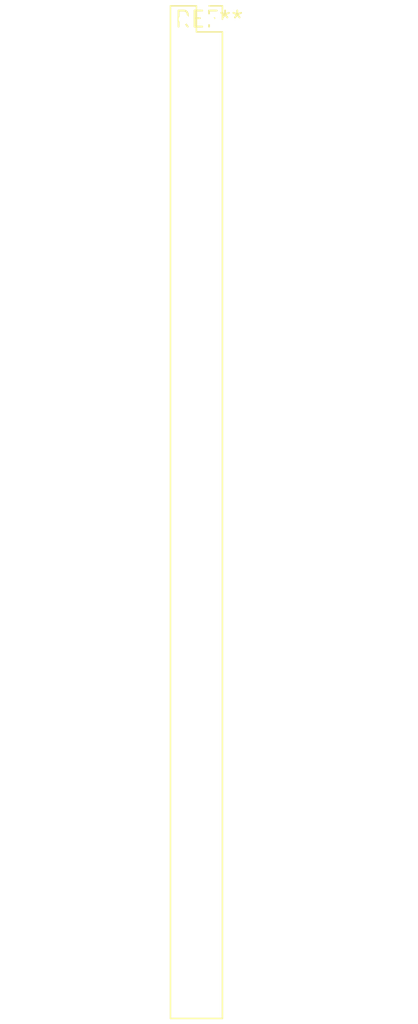
<source format=kicad_pcb>
(kicad_pcb (version 20240108) (generator pcbnew)
  (layers (0 "F.Cu" signal) (31 "B.Cu" signal) (34 "B.Paste" user) (35 "F.Paste" user) (36 "B.SilkS" user "B.Silkscreen") (37 "F.SilkS" user "F.Silkscreen") (38 "B.Mask" user) (39 "F.Mask" user) (44 "Edge.Cuts" user))
  (net 0 "")
  (footprint "PinSocket_2x40_P2.00mm_Vertical" (layer "F.Cu") (at 0 0)
    (property "Reference" "REF**")
    (property "Value" "PinSocket_2x40_P2.00mm_Vertical")
    (fp_line (start -3.06 -1.06) (end -3.06 79.06) (layer "F.SilkS") (stroke (width 0.12)))
    (fp_line (start -3.06 -1.06) (end -1 -1.06) (layer "F.SilkS") (stroke (width 0.12)))
    (fp_line (start -3.06 79.06) (end 1.06 79.06) (layer "F.SilkS") (stroke (width 0.12)))
    (fp_line (start -1 -1.06) (end -1 1) (layer "F.SilkS") (stroke (width 0.12)))
    (fp_line (start -1 1) (end 1.06 1) (layer "F.SilkS") (stroke (width 0.12)))
    (fp_line (start 0 -1.06) (end 1.06 -1.06) (layer "F.SilkS") (stroke (width 0.12)))
    (fp_line (start 1.06 -1.06) (end 1.06 0) (layer "F.SilkS") (stroke (width 0.12)))
    (fp_line (start 1.06 1) (end 1.06 79.06) (layer "F.SilkS") (stroke (width 0.12)))
    (pad "1" thru_hole rect (at 0 0) (size 1.35 1.35) (drill 0.8) (layers *.Cu *.Mask) (remove_unused_layers))
    (pad "2" thru_hole oval (at -2 0) (size 1.35 1.35) (drill 0.8) (layers *.Cu *.Mask) (remove_unused_layers))
    (pad "3" thru_hole oval (at 0 2) (size 1.35 1.35) (drill 0.8) (layers *.Cu *.Mask) (remove_unused_layers))
    (pad "4" thru_hole oval (at -2 2) (size 1.35 1.35) (drill 0.8) (layers *.Cu *.Mask) (remove_unused_layers))
    (pad "5" thru_hole oval (at 0 4) (size 1.35 1.35) (drill 0.8) (layers *.Cu *.Mask) (remove_unused_layers))
    (pad "6" thru_hole oval (at -2 4) (size 1.35 1.35) (drill 0.8) (layers *.Cu *.Mask) (remove_unused_layers))
    (pad "7" thru_hole oval (at 0 6) (size 1.35 1.35) (drill 0.8) (layers *.Cu *.Mask) (remove_unused_layers))
    (pad "8" thru_hole oval (at -2 6) (size 1.35 1.35) (drill 0.8) (layers *.Cu *.Mask) (remove_unused_layers))
    (pad "9" thru_hole oval (at 0 8) (size 1.35 1.35) (drill 0.8) (layers *.Cu *.Mask) (remove_unused_layers))
    (pad "10" thru_hole oval (at -2 8) (size 1.35 1.35) (drill 0.8) (layers *.Cu *.Mask) (remove_unused_layers))
    (pad "11" thru_hole oval (at 0 10) (size 1.35 1.35) (drill 0.8) (layers *.Cu *.Mask) (remove_unused_layers))
    (pad "12" thru_hole oval (at -2 10) (size 1.35 1.35) (drill 0.8) (layers *.Cu *.Mask) (remove_unused_layers))
    (pad "13" thru_hole oval (at 0 12) (size 1.35 1.35) (drill 0.8) (layers *.Cu *.Mask) (remove_unused_layers))
    (pad "14" thru_hole oval (at -2 12) (size 1.35 1.35) (drill 0.8) (layers *.Cu *.Mask) (remove_unused_layers))
    (pad "15" thru_hole oval (at 0 14) (size 1.35 1.35) (drill 0.8) (layers *.Cu *.Mask) (remove_unused_layers))
    (pad "16" thru_hole oval (at -2 14) (size 1.35 1.35) (drill 0.8) (layers *.Cu *.Mask) (remove_unused_layers))
    (pad "17" thru_hole oval (at 0 16) (size 1.35 1.35) (drill 0.8) (layers *.Cu *.Mask) (remove_unused_layers))
    (pad "18" thru_hole oval (at -2 16) (size 1.35 1.35) (drill 0.8) (layers *.Cu *.Mask) (remove_unused_layers))
    (pad "19" thru_hole oval (at 0 18) (size 1.35 1.35) (drill 0.8) (layers *.Cu *.Mask) (remove_unused_layers))
    (pad "20" thru_hole oval (at -2 18) (size 1.35 1.35) (drill 0.8) (layers *.Cu *.Mask) (remove_unused_layers))
    (pad "21" thru_hole oval (at 0 20) (size 1.35 1.35) (drill 0.8) (layers *.Cu *.Mask) (remove_unused_layers))
    (pad "22" thru_hole oval (at -2 20) (size 1.35 1.35) (drill 0.8) (layers *.Cu *.Mask) (remove_unused_layers))
    (pad "23" thru_hole oval (at 0 22) (size 1.35 1.35) (drill 0.8) (layers *.Cu *.Mask) (remove_unused_layers))
    (pad "24" thru_hole oval (at -2 22) (size 1.35 1.35) (drill 0.8) (layers *.Cu *.Mask) (remove_unused_layers))
    (pad "25" thru_hole oval (at 0 24) (size 1.35 1.35) (drill 0.8) (layers *.Cu *.Mask) (remove_unused_layers))
    (pad "26" thru_hole oval (at -2 24) (size 1.35 1.35) (drill 0.8) (layers *.Cu *.Mask) (remove_unused_layers))
    (pad "27" thru_hole oval (at 0 26) (size 1.35 1.35) (drill 0.8) (layers *.Cu *.Mask) (remove_unused_layers))
    (pad "28" thru_hole oval (at -2 26) (size 1.35 1.35) (drill 0.8) (layers *.Cu *.Mask) (remove_unused_layers))
    (pad "29" thru_hole oval (at 0 28) (size 1.35 1.35) (drill 0.8) (layers *.Cu *.Mask) (remove_unused_layers))
    (pad "30" thru_hole oval (at -2 28) (size 1.35 1.35) (drill 0.8) (layers *.Cu *.Mask) (remove_unused_layers))
    (pad "31" thru_hole oval (at 0 30) (size 1.35 1.35) (drill 0.8) (layers *.Cu *.Mask) (remove_unused_layers))
    (pad "32" thru_hole oval (at -2 30) (size 1.35 1.35) (drill 0.8) (layers *.Cu *.Mask) (remove_unused_layers))
    (pad "33" thru_hole oval (at 0 32) (size 1.35 1.35) (drill 0.8) (layers *.Cu *.Mask) (remove_unused_layers))
    (pad "34" thru_hole oval (at -2 32) (size 1.35 1.35) (drill 0.8) (layers *.Cu *.Mask) (remove_unused_layers))
    (pad "35" thru_hole oval (at 0 34) (size 1.35 1.35) (drill 0.8) (layers *.Cu *.Mask) (remove_unused_layers))
    (pad "36" thru_hole oval (at -2 34) (size 1.35 1.35) (drill 0.8) (layers *.Cu *.Mask) (remove_unused_layers))
    (pad "37" thru_hole oval (at 0 36) (size 1.35 1.35) (drill 0.8) (layers *.Cu *.Mask) (remove_unused_layers))
    (pad "38" thru_hole oval (at -2 36) (size 1.35 1.35) (drill 0.8) (layers *.Cu *.Mask) (remove_unused_layers))
    (pad "39" thru_hole oval (at 0 38) (size 1.35 1.35) (drill 0.8) (layers *.Cu *.Mask) (remove_unused_layers))
    (pad "40" thru_hole oval (at -2 38) (size 1.35 1.35) (drill 0.8) (layers *.Cu *.Mask) (remove_unused_layers))
    (pad "41" thru_hole oval (at 0 40) (size 1.35 1.35) (drill 0.8) (layers *.Cu *.Mask) (remove_unused_layers))
    (pad "42" thru_hole oval (at -2 40) (size 1.35 1.35) (drill 0.8) (layers *.Cu *.Mask) (remove_unused_layers))
    (pad "43" thru_hole oval (at 0 42) (size 1.35 1.35) (drill 0.8) (layers *.Cu *.Mask) (remove_unused_layers))
    (pad "44" thru_hole oval (at -2 42) (size 1.35 1.35) (drill 0.8) (layers *.Cu *.Mask) (remove_unused_layers))
    (pad "45" thru_hole oval (at 0 44) (size 1.35 1.35) (drill 0.8) (layers *.Cu *.Mask) (remove_unused_layers))
    (pad "46" thru_hole oval (at -2 44) (size 1.35 1.35) (drill 0.8) (layers *.Cu *.Mask) (remove_unused_layers))
    (pad "47" thru_hole oval (at 0 46) (size 1.35 1.35) (drill 0.8) (layers *.Cu *.Mask) (remove_unused_layers))
    (pad "48" thru_hole oval (at -2 46) (size 1.35 1.35) (drill 0.8) (layers *.Cu *.Mask) (remove_unused_layers))
    (pad "49" thru_hole oval (at 0 48) (size 1.35 1.35) (drill 0.8) (layers *.Cu *.Mask) (remove_unused_layers))
    (pad "50" thru_hole oval (at -2 48) (size 1.35 1.35) (drill 0.8) (layers *.Cu *.Mask) (remove_unused_layers))
    (pad "51" thru_hole oval (at 0 50) (size 1.35 1.35) (drill 0.8) (layers *.Cu *.Mask) (remove_unused_layers))
    (pad "52" thru_hole oval (at -2 50) (size 1.35 1.35) (drill 0.8) (layers *.Cu *.Mask) (remove_unused_layers))
    (pad "53" thru_hole oval (at 0 52) (size 1.35 1.35) (drill 0.8) (layers *.Cu *.Mask) (remove_unused_layers))
    (pad "54" thru_hole oval (at -2 52) (size 1.35 1.35) (drill 0.8) (layers *.Cu *.Mask) (remove_unused_layers))
    (pad "55" thru_hole oval (at 0 54) (size 1.35 1.35) (drill 0.8) (layers *.Cu *.Mask) (remove_unused_layers))
    (pad "56" thru_hole oval (at -2 54) (size 1.35 1.35) (drill 0.8) (layers *.Cu *.Mask) (remove_unused_layers))
    (pad "57" thru_hole oval (at 0 56) (size 1.35 1.35) (drill 0.8) (layers *.Cu *.Mask) (remove_unused_layers))
    (pad "58" thru_hole oval (at -2 56) (size 1.35 1.35) (drill 0.8) (layers *.Cu *.Mask) (remove_unused_layers))
    (pad "59" thru_hole oval (at 0 58) (size 1.35 1.35) (drill 0.8) (layers *.Cu *.Mask) (remove_unused_layers))
    (pad "60" thru_hole oval (at -2 58) (size 1.35 1.35) (drill 0.8) (layers *.Cu *.Mask) (remove_unused_layers))
    (pad "61" thru_hole oval (at 0 60) (size 1.35 1.35) (drill 0.8) (layers *.Cu *.Mask) (remove_unused_layers))
    (pad "62" thru_hole oval (at -2 60) (size 1.35 1.35) (drill 0.8) (layers *.Cu *.Mask) (remove_unused_layers))
    (pad "63" thru_hole oval (at 0 62) (size 1.35 1.35) (drill 0.8) (layers *.Cu *.Mask) (remove_unused_layers))
    (pad "64" thru_hole oval (at -2 62) (size 1.35 1.35) (drill 0.8) (layers *.Cu *.Mask) (remove_unused_layers))
    (pad "65" thru_hole oval (at 0 64) (size 1.35 1.35) (drill 0.8) (layers *.Cu *.Mask) (remove_unused_layers))
    (pad "66" thru_hole oval (at -2 64) (size 1.35 1.35) (drill 0.8) (layers *.Cu *.Mask) (remove_unused_layers))
    (pad "67" thru_hole oval (at 0 66) (size 1.35 1.35) (drill 0.8) (layers *.Cu *.Mask) (remove_unused_layers))
    (pad "68" thru_hole oval (at -2 66) (size 1.35 1.35) (drill 0.8) (layers *.Cu *.Mask) (remove_unused_layers))
    (pad "69" thru_hole oval (at 0 68) (size 1.35 1.35) (drill 0.8) (layers *.Cu *.Mask) (remove_unused_layers))
    (pad "70" thru_hole oval (at -2 68) (size 1.35 1.35) (drill 0.8) (layers *.Cu *.Mask) (remove_unused_layers))
    (pad "71" thru_hole oval (at 0 70) (size 1.35 1.35) (drill 0.8) (layers *.Cu *.Mask) (remove_unused_layers))
    (pad "72" thru_hole oval (at -2 70) (size 1.35 1.35) (drill 0.8) (layers *.Cu *.Mask) (remove_unused_layers))
    (pad "73" thru_hole oval (at 0 72) (size 1.35 1.35) (drill 0.8) (layers *.Cu *.Mask) (remove_unused_layers))
    (pad "74" thru_hole oval (at -2 72) (size 1.35 1.35) (drill 0.8) (layers *.Cu *.Mask) (remove_unused_layers))
    (pad "75" thru_hole oval (at 0 74) (size 1.35 1.35) (drill 0.8) (layers *.Cu *.Mask) (remove_unused_layers))
    (pad "76" thru_hole oval (at -2 74) (size 1.35 1.35) (drill 0.8) (layers *.Cu *.Mask) (remove_unused_layers))
    (pad "77" thru_hole oval (at 0 76) (size 1.35 1.35) (drill 0.8) (layers *.Cu *.Mask) (remove_unused_layers))
    (pad "78" thru_hole oval (at -2 76) (size 1.35 1.35) (drill 0.8) (layers *.Cu *.Mask) (remove_unused_layers))
    (pad "79" thru_hole oval (at 0 78) (size 1.35 1.35) (drill 0.8) (layers *.Cu *.Mask) (remove_unused_layers))
    (pad "80" thru_hole oval (at -2 78) (size 1.35 1.35) (drill 0.8) (layers *.Cu *.Mask) (remove_unused_layers))
  )
)
</source>
